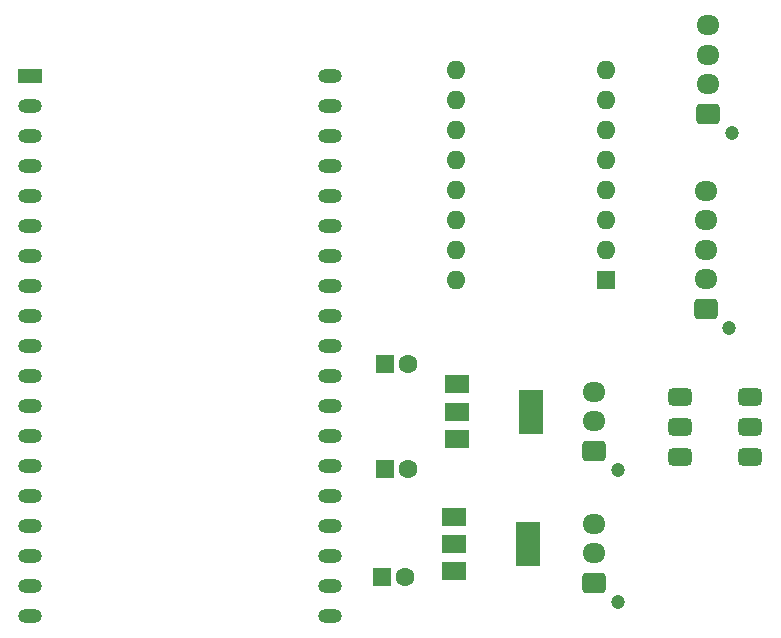
<source format=gbr>
%TF.GenerationSoftware,KiCad,Pcbnew,7.0.10*%
%TF.CreationDate,2024-01-30T21:32:49-08:00*%
%TF.ProjectId,pcb,7063622e-6b69-4636-9164-5f7063625858,rev?*%
%TF.SameCoordinates,Original*%
%TF.FileFunction,Soldermask,Top*%
%TF.FilePolarity,Negative*%
%FSLAX46Y46*%
G04 Gerber Fmt 4.6, Leading zero omitted, Abs format (unit mm)*
G04 Created by KiCad (PCBNEW 7.0.10) date 2024-01-30 21:32:49*
%MOMM*%
%LPD*%
G01*
G04 APERTURE LIST*
G04 Aperture macros list*
%AMRoundRect*
0 Rectangle with rounded corners*
0 $1 Rounding radius*
0 $2 $3 $4 $5 $6 $7 $8 $9 X,Y pos of 4 corners*
0 Add a 4 corners polygon primitive as box body*
4,1,4,$2,$3,$4,$5,$6,$7,$8,$9,$2,$3,0*
0 Add four circle primitives for the rounded corners*
1,1,$1+$1,$2,$3*
1,1,$1+$1,$4,$5*
1,1,$1+$1,$6,$7*
1,1,$1+$1,$8,$9*
0 Add four rect primitives between the rounded corners*
20,1,$1+$1,$2,$3,$4,$5,0*
20,1,$1+$1,$4,$5,$6,$7,0*
20,1,$1+$1,$6,$7,$8,$9,0*
20,1,$1+$1,$8,$9,$2,$3,0*%
G04 Aperture macros list end*
%ADD10R,2.000000X1.200000*%
%ADD11O,2.000000X1.200000*%
%ADD12R,1.600000X1.600000*%
%ADD13C,1.600000*%
%ADD14C,1.200000*%
%ADD15RoundRect,0.250000X0.725000X-0.600000X0.725000X0.600000X-0.725000X0.600000X-0.725000X-0.600000X0*%
%ADD16O,1.950000X1.700000*%
%ADD17O,1.600000X1.600000*%
%ADD18RoundRect,0.375000X-0.625000X-0.375000X0.625000X-0.375000X0.625000X0.375000X-0.625000X0.375000X0*%
%ADD19R,2.000000X1.500000*%
%ADD20R,2.000000X3.800000*%
G04 APERTURE END LIST*
D10*
%TO.C,U1*%
X72390000Y-67818000D03*
D11*
X72390000Y-70358000D03*
X72390000Y-72898000D03*
X72390000Y-75438000D03*
X72390000Y-77978000D03*
X72390000Y-80518000D03*
X72390000Y-83058000D03*
X72390000Y-85598000D03*
X72390000Y-88138000D03*
X72390000Y-90678000D03*
X72390000Y-93218000D03*
X72390000Y-95758000D03*
X72390000Y-98298000D03*
X72390000Y-100838000D03*
X72390000Y-103378000D03*
X72390000Y-105918000D03*
X72390000Y-108458000D03*
X72390000Y-110998000D03*
X72390000Y-113538000D03*
X97786320Y-113535280D03*
X97786320Y-110995280D03*
X97790000Y-108458000D03*
X97790000Y-105918000D03*
X97790000Y-103378000D03*
X97790000Y-100838000D03*
X97790000Y-98298000D03*
X97790000Y-95758000D03*
X97790000Y-93218000D03*
X97790000Y-90678000D03*
X97790000Y-88138000D03*
X97790000Y-85598000D03*
X97790000Y-83058000D03*
X97790000Y-80518000D03*
X97790000Y-77978000D03*
X97790000Y-75438000D03*
X97790000Y-72898000D03*
X97790000Y-70358000D03*
X97790000Y-67818000D03*
%TD*%
D12*
%TO.C,C2*%
X102394000Y-101092000D03*
D13*
X104394000Y-101092000D03*
%TD*%
D12*
%TO.C,C3*%
X102140000Y-110236000D03*
D13*
X104140000Y-110236000D03*
%TD*%
D14*
%TO.C,J2*%
X131572000Y-89154000D03*
D15*
X129572000Y-87554000D03*
D16*
X129572000Y-85054000D03*
X129572000Y-82554000D03*
X129572000Y-80054000D03*
X129572000Y-77554000D03*
%TD*%
D12*
%TO.C,A1*%
X121158000Y-85090000D03*
D17*
X121158000Y-82550000D03*
X121158000Y-80010000D03*
X121158000Y-77470000D03*
X121158000Y-74930000D03*
X121158000Y-72390000D03*
X121158000Y-69850000D03*
X121158000Y-67310000D03*
X108458000Y-67310000D03*
X108458000Y-69850000D03*
X108458000Y-72390000D03*
X108458000Y-74930000D03*
X108458000Y-77470000D03*
X108458000Y-80010000D03*
X108458000Y-82550000D03*
X108458000Y-85090000D03*
%TD*%
D12*
%TO.C,C1*%
X102394000Y-92202000D03*
D13*
X104394000Y-92202000D03*
%TD*%
D14*
%TO.C,J1*%
X131777000Y-72660000D03*
D15*
X129777000Y-71060000D03*
D16*
X129777000Y-68560000D03*
X129777000Y-66060000D03*
X129777000Y-63560000D03*
%TD*%
D14*
%TO.C,J3*%
X122142000Y-101168000D03*
D15*
X120142000Y-99568000D03*
D16*
X120142000Y-97068000D03*
X120142000Y-94568000D03*
%TD*%
D18*
%TO.C,switch1*%
X127350000Y-94996000D03*
X127350000Y-97536000D03*
X127350000Y-100076000D03*
X133350000Y-94996000D03*
X133350000Y-97536000D03*
X133350000Y-100076000D03*
%TD*%
D19*
%TO.C,U2*%
X108508000Y-93952000D03*
X108508000Y-96252000D03*
D20*
X114808000Y-96252000D03*
D19*
X108508000Y-98552000D03*
%TD*%
D14*
%TO.C,J4*%
X122142000Y-112344000D03*
D15*
X120142000Y-110744000D03*
D16*
X120142000Y-108244000D03*
X120142000Y-105744000D03*
%TD*%
D19*
%TO.C,U3*%
X108254000Y-105142000D03*
X108254000Y-107442000D03*
D20*
X114554000Y-107442000D03*
D19*
X108254000Y-109742000D03*
%TD*%
M02*

</source>
